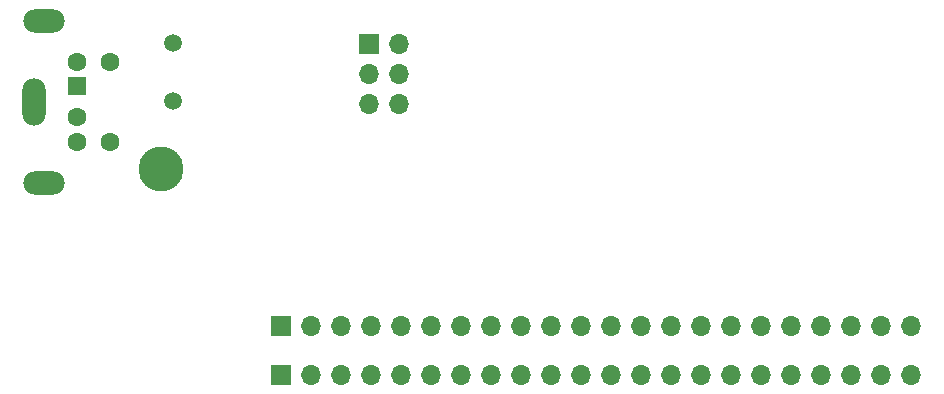
<source format=gbr>
%TF.GenerationSoftware,KiCad,Pcbnew,7.0.10*%
%TF.CreationDate,2024-06-09T02:47:37+01:00*%
%TF.ProjectId,Electron-PS2Slim,456c6563-7472-46f6-9e2d-505332536c69,rev?*%
%TF.SameCoordinates,Original*%
%TF.FileFunction,Soldermask,Bot*%
%TF.FilePolarity,Negative*%
%FSLAX46Y46*%
G04 Gerber Fmt 4.6, Leading zero omitted, Abs format (unit mm)*
G04 Created by KiCad (PCBNEW 7.0.10) date 2024-06-09 02:47:37*
%MOMM*%
%LPD*%
G01*
G04 APERTURE LIST*
%ADD10C,3.800000*%
%ADD11R,1.700000X1.700000*%
%ADD12O,1.700000X1.700000*%
%ADD13R,1.600000X1.600000*%
%ADD14C,1.600000*%
%ADD15O,3.500000X2.000000*%
%ADD16O,2.000000X4.000000*%
%ADD17C,1.500000*%
G04 APERTURE END LIST*
D10*
%TO.C,H9*%
X38575000Y-96225000D03*
%TD*%
D11*
%TO.C,CP1*%
X48755000Y-113650000D03*
D12*
X51295000Y-113650000D03*
X53835000Y-113650000D03*
X56375000Y-113650000D03*
X58915000Y-113650000D03*
X61455000Y-113650000D03*
X63995000Y-113650000D03*
X66535000Y-113650000D03*
X69075000Y-113650000D03*
X71615000Y-113650000D03*
X74155000Y-113650000D03*
X76695000Y-113650000D03*
X79235000Y-113650000D03*
X81775000Y-113650000D03*
X84315000Y-113650000D03*
X86855000Y-113650000D03*
X89395000Y-113650000D03*
X91935000Y-113650000D03*
X94475000Y-113650000D03*
X97015000Y-113650000D03*
X99555000Y-113650000D03*
X102095000Y-113650000D03*
%TD*%
D11*
%TO.C,CP2*%
X48755000Y-109550000D03*
D12*
X51295000Y-109550000D03*
X53835000Y-109550000D03*
X56375000Y-109550000D03*
X58915000Y-109550000D03*
X61455000Y-109550000D03*
X63995000Y-109550000D03*
X66535000Y-109550000D03*
X69075000Y-109550000D03*
X71615000Y-109550000D03*
X74155000Y-109550000D03*
X76695000Y-109550000D03*
X79235000Y-109550000D03*
X81775000Y-109550000D03*
X84315000Y-109550000D03*
X86855000Y-109550000D03*
X89395000Y-109550000D03*
X91935000Y-109550000D03*
X94475000Y-109550000D03*
X97015000Y-109550000D03*
X99555000Y-109550000D03*
X102095000Y-109550000D03*
%TD*%
D11*
%TO.C,J800*%
X56200000Y-85700000D03*
D12*
X58740000Y-85700000D03*
X56200000Y-88240000D03*
X58740000Y-88240000D03*
X56200000Y-90780000D03*
X58740000Y-90780000D03*
%TD*%
D13*
%TO.C,J804*%
X31500000Y-89250000D03*
D14*
X31500000Y-91850000D03*
X31500000Y-87150000D03*
X31500000Y-93950000D03*
X34300000Y-87150000D03*
X34300000Y-93950000D03*
D15*
X28650000Y-97400000D03*
D16*
X27850000Y-90550000D03*
D15*
X28650000Y-83700000D03*
%TD*%
D17*
%TO.C,Y800*%
X39625000Y-85575000D03*
X39625000Y-90455000D03*
%TD*%
M02*

</source>
